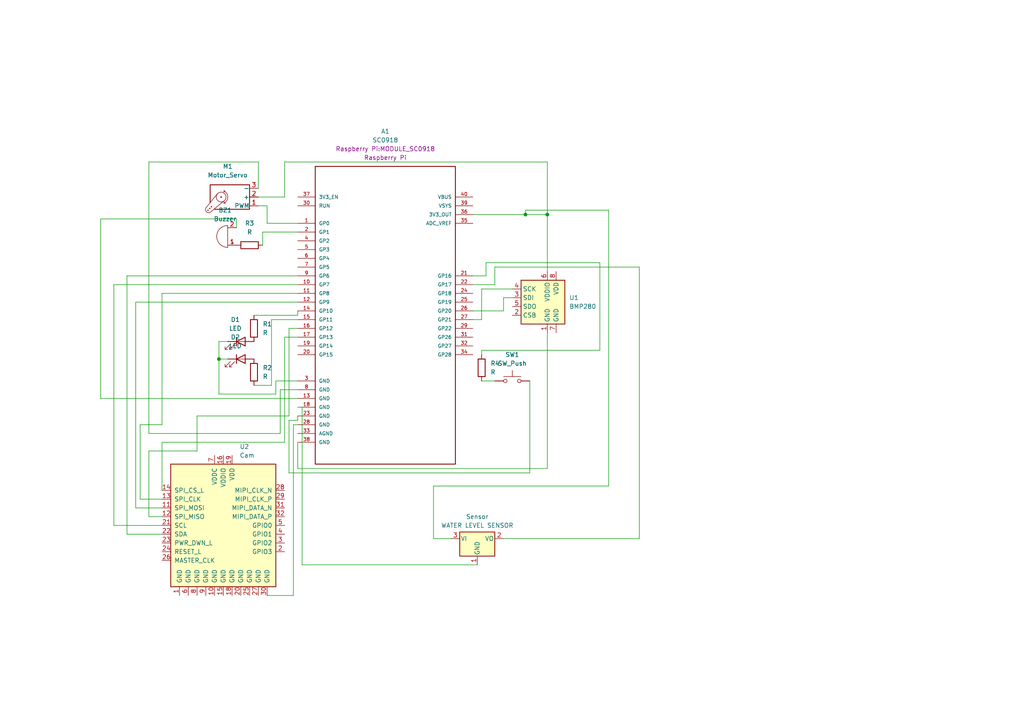
<source format=kicad_sch>
(kicad_sch (version 20231120) (generator "eeschema") (generator_version "8.0")
  (paper "A4")
  (title_block (title "Pet Feeder") (date "19.05.2024") (company "MA PROJECT"))
  (lib_symbols
    (symbol "Device:Buzzer" (pin_names (offset 0.0254) hide)
      (property "Reference" "BZ" (at 3.81 1.27 0))
      (property "Value" "Buzzer" (at 3.81 -1.27 0))
      (symbol "Buzzer_0_1"
        (arc (start 0 -3.175) (mid 3.1612 0) (end 0 3.175))
        (polyline (pts (xy -1.651 1.905) (xy -1.143 1.905)))
        (polyline (pts (xy -1.397 2.159) (xy -1.397 1.651)))
        (polyline (pts (xy 0 3.175) (xy 0 -3.175)))
      )
      (symbol "Buzzer_1_1"
        (pin passive line (at -2.54 2.54 0) (length 2.54) (name "+") (number "1"))
        (pin passive line (at -2.54 -2.54 0) (length 2.54) (name "-") (number "2"))
      )
    )
    (symbol "Device:LED" (pin_numbers hide) (pin_names (offset 1.016) hide)
      (property "Reference" "D" (at 0 2.54 0))
      (property "Value" "LED" (at 0 -2.54 0))
      (symbol "LED_0_1"
        (polyline (pts (xy -1.27 -1.27) (xy -1.27 1.27)) (stroke (width 0.254)))
        (polyline (pts (xy -1.27 0) (xy 1.27 0)))
        (polyline (pts (xy 1.27 -1.27) (xy 1.27 1.27) (xy -1.27 0) (xy 1.27 -1.27)) (stroke (width 0.254)))
        (polyline (pts (xy -3.048 -0.762) (xy -4.572 -2.286) (xy -3.81 -2.286) (xy -4.572 -2.286) (xy -4.572 -1.524)))
        (polyline (pts (xy -1.778 -0.762) (xy -3.302 -2.286) (xy -2.54 -2.286) (xy -3.302 -2.286) (xy -3.302 -1.524)))
      )
      (symbol "LED_1_1"
        (pin passive line (at -3.81 0 0) (length 2.54) (name "K") (number "1"))
        (pin passive line (at 3.81 0 180) (length 2.54) (name "A") (number "2"))
      )
    )
    (symbol "Device:R" (pin_numbers hide) (pin_names (offset 0))
      (property "Reference" "R" (at 2.032 0 90))
      (property "Value" "R" (at 0 0 90))
      (symbol "R_0_1"
        (rectangle (start -1.016 -2.54) (end 1.016 2.54) (stroke (width 0.254)))
      )
      (symbol "R_1_1"
        (pin passive line (at 0 3.81 270) (length 1.27) (name "~") (number "1"))
        (pin passive line (at 0 -3.81 90) (length 1.27) (name "~") (number "2"))
      )
    )
    (symbol "Motor:Motor_Servo" (pin_names (offset 0.0254))
      (property "Reference" "M" (at -5.08 4.445 0))
      (property "Value" "Motor_Servo" (at -5.08 -4.064 0))
      (symbol "Motor_Servo_0_1"
        (polyline (pts (xy 2.413 -1.778) (xy 2.032 -1.778)))
        (polyline (pts (xy 2.413 -1.778) (xy 2.286 -1.397)))
        (polyline (pts (xy 2.413 1.778) (xy 1.905 1.778)))
        (polyline (pts (xy 2.413 1.778) (xy 2.286 1.397)))
        (polyline (pts (xy 6.35 4.445) (xy 2.54 1.27)))
        (polyline (pts (xy 7.62 3.175) (xy 4.191 -1.016)))
        (polyline (pts (xy 5.08 3.556) (xy -5.08 3.556) (xy -5.08 -3.556) (xy 6.35 -3.556) (xy 6.35 1.524)) (stroke (width 0.254)))
        (arc (start 2.413 1.778) (mid 1.2406 0) (end 2.413 -1.778))
        (circle (center 3.175 0) (radius 0.1778))
        (circle (center 3.175 0) (radius 1.4224))
        (circle (center 5.969 2.794) (radius 0.127))
        (circle (center 6.477 3.302) (radius 0.127))
        (circle (center 6.985 3.81) (radius 0.127))
        (arc (start 7.62 3.175) (mid 7.4485 4.2735) (end 6.35 4.445))
      )
      (symbol "Motor_Servo_1_1"
        (pin passive line (at -7.62 2.54 0) (length 2.54) (name "PWM") (number "1"))
        (pin passive line (at -7.62 0 0) (length 2.54) (name "+") (number "2"))
        (pin passive line (at -7.62 -2.54 0) (length 2.54) (name "-") (number "3"))
      )
    )
    (symbol "Pico_w:SC0918" (pin_names (offset 1.016))
      (property "Reference" "A1" (at 0 58.42 0))
      (property "Value" "SC0918" (at 0 55.88 0))
      (property "Footprint" "Raspberry Pi:MODULE_SC0918" (at -12.7 -46.99 0))
      (property "manufacturer" "Raspberry Pi" (at 0 53.34 0))
      (symbol "SC0918_0_0"
        (rectangle (start -20.32 -43.18) (end 20.32 43.18) (stroke (width 0.254)))
        (pin bidirectional line (at -25.4 26.67 0) (length 5.08) (name "GP0") (number "1"))
        (pin bidirectional line (at -25.4 8.89 0) (length 5.08) (name "GP7") (number "10"))
        (pin bidirectional line (at -25.4 6.35 0) (length 5.08) (name "GP8") (number "11"))
        (pin bidirectional line (at -25.4 3.81 0) (length 5.08) (name "GP9") (number "12"))
        (pin power_in line (at -25.4 -24.13 0) (length 5.08) (name "GND") (number "13"))
        (pin bidirectional line (at -25.4 1.27 0) (length 5.08) (name "GP10") (number "14"))
        (pin bidirectional line (at -25.4 -1.27 0) (length 5.08) (name "GP11") (number "15"))
        (pin bidirectional line (at -25.4 -3.81 0) (length 5.08) (name "GP12") (number "16"))
        (pin bidirectional line (at -25.4 -6.35 0) (length 5.08) (name "GP13") (number "17"))
        (pin power_in line (at -25.4 -26.67 0) (length 5.08) (name "GND") (number "18"))
        (pin bidirectional line (at -25.4 -8.89 0) (length 5.08) (name "GP14") (number "19"))
        (pin bidirectional line (at -25.4 24.13 0) (length 5.08) (name "GP1") (number "2"))
        (pin bidirectional line (at -25.4 -11.43 0) (length 5.08) (name "GP15") (number "20"))
        (pin bidirectional line (at 25.4 11.43 180) (length 5.08) (name "GP16") (number "21"))
        (pin bidirectional line (at 25.4 8.89 180) (length 5.08) (name "GP17") (number "22"))
        (pin power_in line (at -25.4 -29.21 0) (length 5.08) (name "GND") (number "23"))
        (pin bidirectional line (at 25.4 6.35 180) (length 5.08) (name "GP18") (number "24"))
        (pin bidirectional line (at 25.4 3.81 180) (length 5.08) (name "GP19") (number "25"))
        (pin bidirectional line (at 25.4 1.27 180) (length 5.08) (name "GP20") (number "26"))
        (pin bidirectional line (at 25.4 -1.27 180) (length 5.08) (name "GP21") (number "27"))
        (pin power_in line (at -25.4 -31.75 0) (length 5.08) (name "GND") (number "28"))
        (pin bidirectional line (at 25.4 -3.81 180) (length 5.08) (name "GP22") (number "29"))
        (pin power_in line (at -25.4 -19.05 0) (length 5.08) (name "GND") (number "3"))
        (pin input line (at -25.4 31.75 0) (length 5.08) (name "RUN") (number "30"))
        (pin bidirectional line (at 25.4 -6.35 180) (length 5.08) (name "GP26") (number "31"))
        (pin bidirectional line (at 25.4 -8.89 180) (length 5.08) (name "GP27") (number "32"))
        (pin power_in line (at -25.4 -34.29 0) (length 5.08) (name "AGND") (number "33"))
        (pin bidirectional line (at 25.4 -11.43 180) (length 5.08) (name "GP28") (number "34"))
        (pin power_in line (at 25.4 26.67 180) (length 5.08) (name "ADC_VREF") (number "35"))
        (pin power_in line (at 25.4 29.21 180) (length 5.08) (name "3V3_OUT") (number "36"))
        (pin input line (at -25.4 34.29 0) (length 5.08) (name "3V3_EN") (number "37"))
        (pin power_in line (at -25.4 -36.83 0) (length 5.08) (name "GND") (number "38"))
        (pin free line (at 25.4 31.75 180) (length 5.08) (name "VSYS") (number "39"))
        (pin bidirectional line (at -25.4 21.59 0) (length 5.08) (name "GP2") (number "4"))
        (pin free line (at 25.4 34.29 180) (length 5.08) (name "VBUS") (number "40"))
        (pin bidirectional line (at -25.4 19.05 0) (length 5.08) (name "GP3") (number "5"))
        (pin bidirectional line (at -25.4 16.51 0) (length 5.08) (name "GP4") (number "6"))
        (pin bidirectional line (at -25.4 13.97 0) (length 5.08) (name "GP5") (number "7"))
        (pin power_in line (at -25.4 -21.59 0) (length 5.08) (name "GND") (number "8"))
        (pin bidirectional line (at -25.4 11.43 0) (length 5.08) (name "GP6") (number "9"))
      )
    )
    (symbol "Regulator_Linear:APE8865N-15-HF-3" (pin_names (offset 0.254))
      (property "Reference" "U" (at -3.81 3.175 0))
      (property "Value" "APE8865N-15-HF-3" (at 0 3.175 0))
      (symbol "APE8865N-15-HF-3_0_1"
        (rectangle (start -5.08 1.905) (end 5.08 -5.08) (stroke (width 0.254)) (fill (type background)))
      )
      (symbol "APE8865N-15-HF-3_1_1"
        (pin power_in line (at 0 -7.62 90) (length 2.54) (name "GND") (number "1"))
        (pin power_out line (at 7.62 0 180) (length 2.54) (name "VO") (number "2"))
        (pin power_in line (at -7.62 0 0) (length 2.54) (name "VI") (number "3"))
      )
    )
    (symbol "Sensor_Optical:Flir_LEPTON" (pin_names (offset 1.016))
      (property "Reference" "U" (at -15.24 21.59 0))
      (property "Value" "Flir_LEPTON" (at -15.24 19.05 0))
      (symbol "Flir_LEPTON_0_1"
        (rectangle (start -15.24 17.78) (end 15.24 -17.78) (stroke (width 0.254)) (fill (type background)))
      )
      (symbol "Flir_LEPTON_1_1"
        (pin power_in line (at -12.7 -20.32 90) (length 2.54) (name "GND") (number "1"))
        (pin power_in line (at -2.54 -20.32 90) (length 2.54) (name "GND") (number "10"))
        (pin input line (at -17.78 5.08 0) (length 2.54) (name "SPI_MOSI") (number "11"))
        (pin output line (at -17.78 2.54 0) (length 2.54) (name "SPI_MISO") (number "12"))
        (pin input line (at -17.78 7.62 0) (length 2.54) (name "SPI_CLK") (number "13"))
        (pin input line (at -17.78 10.16 0) (length 2.54) (name "SPI_CS_L") (number "14"))
        (pin power_in line (at 0 -20.32 90) (length 2.54) (name "GND") (number "15"))
        (pin power_in line (at 0 20.32 270) (length 2.54) (name "VDDIO") (number "16"))
        (pin no_connect line (at 15.24 -10.16 180) (length 2.54) hide (name "NC") (number "17"))
        (pin power_in line (at 2.54 -20.32 90) (length 2.54) (name "GND") (number "18"))
        (pin power_in line (at 2.54 20.32 270) (length 2.54) (name "VDD") (number "19"))
        (pin bidirectional line (at 17.78 -7.62 180) (length 2.54) (name "GPIO3") (number "2"))
        (pin power_in line (at 5.08 -20.32 90) (length 2.54) (name "GND") (number "20"))
        (pin input line (at -17.78 0 0) (length 2.54) (name "SCL") (number "21"))
        (pin bidirectional line (at -17.78 -2.54 0) (length 2.54) (name "SDA") (number "22"))
        (pin input line (at -17.78 -5.08 0) (length 2.54) (name "PWR_DWN_L") (number "23"))
        (pin input line (at -17.78 -7.62 0) (length 2.54) (name "RESET_L") (number "24"))
        (pin power_in line (at 7.62 -20.32 90) (length 2.54) (name "GND") (number "25"))
        (pin input line (at -17.78 -10.16 0) (length 2.54) (name "MASTER_CLK") (number "26"))
        (pin power_in line (at 10.16 -20.32 90) (length 2.54) (name "GND") (number "27"))
        (pin output line (at 17.78 10.16 180) (length 2.54) (name "MIPI_CLK_N") (number "28"))
        (pin output line (at 17.78 7.62 180) (length 2.54) (name "MIPI_CLK_P") (number "29"))
        (pin bidirectional line (at 17.78 -5.08 180) (length 2.54) (name "GPIO2") (number "3"))
        (pin power_in line (at 12.7 -20.32 90) (length 2.54) (name "GND") (number "30"))
        (pin output line (at 17.78 5.08 180) (length 2.54) (name "MIPI_DATA_N") (number "31"))
        (pin output line (at 17.78 2.54 180) (length 2.54) (name "MIPI_DATA_P") (number "32"))
        (pin bidirectional line (at 17.78 -2.54 180) (length 2.54) (name "GPIO1") (number "4"))
        (pin bidirectional line (at 17.78 0 180) (length 2.54) (name "GPIO0") (number "5"))
        (pin power_in line (at -10.16 -20.32 90) (length 2.54) (name "GND") (number "6"))
        (pin power_in line (at -2.54 20.32 270) (length 2.54) (name "VDDC") (number "7"))
        (pin power_in line (at -7.62 -20.32 90) (length 2.54) (name "GND") (number "8"))
        (pin power_in line (at -5.08 -20.32 90) (length 2.54) (name "GND") (number "9"))
      )
    )
    (symbol "Sensor_Pressure:BMP280"
      (property "Reference" "U" (at -7.62 10.16 0))
      (property "Value" "BMP280" (at 5.08 10.16 0))
      (symbol "BMP280_0_1"
        (rectangle (start -7.62 -5.08) (end 5.08 7.62) (stroke (width 0.254)) (fill (type background)))
      )
      (symbol "BMP280_1_1"
        (pin power_in line (at 0 -7.62 90) (length 2.54) (name "GND") (number "1"))
        (pin input line (at -10.16 -2.54 0) (length 2.54) (name "CSB") (number "2"))
        (pin bidirectional line (at -10.16 2.54 0) (length 2.54) (name "SDI") (number "3"))
        (pin input line (at -10.16 5.08 0) (length 2.54) (name "SCK") (number "4"))
        (pin bidirectional line (at -10.16 0 0) (length 2.54) (name "SDO") (number "5"))
        (pin power_in line (at 0 10.16 270) (length 2.54) (name "VDDIO") (number "6"))
        (pin power_in line (at 2.54 -7.62 90) (length 2.54) (name "GND") (number "7"))
        (pin power_in line (at 2.54 10.16 270) (length 2.54) (name "VDD") (number "8"))
      )
    )
    (symbol "Switch:SW_Push" (pin_numbers hide) (pin_names (offset 1.016) hide)
      (property "Reference" "SW" (at 1.27 2.54 0))
      (property "Value" "SW_Push" (at 0 -1.524 0))
      (symbol "SW_Push_0_1"
        (circle (center -2.032 0) (radius 0.508))
        (polyline (pts (xy 0 1.27) (xy 0 3.048)))
        (polyline (pts (xy 2.54 1.27) (xy -2.54 1.27)))
        (circle (center 2.032 0) (radius 0.508))
        (pin passive line (at -5.08 0 0) (length 2.54) (name "1") (number "1"))
        (pin passive line (at 5.08 0 180) (length 2.54) (name "2") (number "2"))
      )
    )
  )
  (junction (at 63.5 104.14))
  (junction (at 152.4 62.23))
  (junction (at 158.75 62.23))
  (wire (pts (xy 86.36 118.11) (xy 87.63 118.11)))
  (wire (pts (xy 40.64 144.78) (xy 46.99 144.78)))
  (wire (pts (xy 158.75 96.52) (xy 158.75 135.89)))
  (wire (pts (xy 83.82 121.92) (xy 86.36 121.92)))
  (wire (pts (xy 46.99 85.09) (xy 46.99 123.19)))
  (wire (pts (xy 137.16 62.23) (xy 152.4 62.23)))
  (wire (pts (xy 68.58 66.04) (xy 68.58 63.5)))
  (wire (pts (xy 74.93 54.61) (xy 74.93 46.99)))
  (wire (pts (xy 143.51 82.55) (xy 137.16 82.55)))
  (wire (pts (xy 80.01 114.3) (xy 80.01 110.49)))
  (wire (pts (xy 82.55 128.27) (xy 46.99 128.27)))
  (wire (pts (xy 63.5 99.06) (xy 63.5 104.14)))
  (wire (pts (xy 125.73 140.97) (xy 176.53 140.97)))
  (wire (pts (xy 153.67 137.16) (xy 83.82 137.16)))
  (wire (pts (xy 176.53 60.96) (xy 152.4 60.96)))
  (wire (pts (xy 81.28 125.73) (xy 81.28 113.03)))
  (wire (pts (xy 66.04 99.06) (xy 63.5 99.06)))
  (wire (pts (xy 185.42 156.21) (xy 185.42 77.47)))
  (wire (pts (xy 125.73 156.21) (xy 125.73 140.97)))
  (wire (pts (xy 158.75 78.74) (xy 158.75 62.23)))
  (wire (pts (xy 140.97 80.01) (xy 140.97 76.2)))
  (wire (pts (xy 83.82 137.16) (xy 83.82 121.92)))
  (wire (pts (xy 43.18 125.73) (xy 81.28 125.73)))
  (wire (pts (xy 78.74 92.71) (xy 86.36 92.71)))
  (wire (pts (xy 36.83 80.01) (xy 86.36 80.01)))
  (wire (pts (xy 143.51 77.47) (xy 143.51 82.55)))
  (wire (pts (xy 139.7 110.49) (xy 143.51 110.49)))
  (wire (pts (xy 63.5 104.14) (xy 66.04 104.14)))
  (wire (pts (xy 139.7 83.82) (xy 139.7 92.71)))
  (wire (pts (xy 46.99 152.4) (xy 33.02 152.4)))
  (wire (pts (xy 82.55 97.79) (xy 82.55 128.27)))
  (wire (pts (xy 82.55 46.99) (xy 158.75 46.99)))
  (wire (pts (xy 130.81 156.21) (xy 125.73 156.21)))
  (wire (pts (xy 152.4 60.96) (xy 152.4 62.23)))
  (wire (pts (xy 86.36 121.92) (xy 86.36 120.65)))
  (wire (pts (xy 76.2 67.31) (xy 86.36 67.31)))
  (wire (pts (xy 83.82 120.65) (xy 83.82 95.25)))
  (wire (pts (xy 39.37 147.32) (xy 46.99 147.32)))
  (wire (pts (xy 139.7 101.6) (xy 139.7 102.87)))
  (wire (pts (xy 152.4 62.23) (xy 158.75 62.23)))
  (wire (pts (xy 68.58 63.5) (xy 29.21 63.5)))
  (wire (pts (xy 46.99 154.94) (xy 36.83 154.94)))
  (wire (pts (xy 43.18 149.86) (xy 43.18 130.81)))
  (wire (pts (xy 76.2 71.12) (xy 76.2 67.31)))
  (wire (pts (xy 46.99 123.19) (xy 40.64 123.19)))
  (wire (pts (xy 43.18 130.81) (xy 57.15 130.81)))
  (wire (pts (xy 80.01 110.49) (xy 86.36 110.49)))
  (wire (pts (xy 86.36 85.09) (xy 46.99 85.09)))
  (wire (pts (xy 153.67 110.49) (xy 153.67 137.16)))
  (wire (pts (xy 137.16 90.17) (xy 146.05 90.17)))
  (wire (pts (xy 63.5 114.3) (xy 80.01 114.3)))
  (wire (pts (xy 39.37 87.63) (xy 39.37 147.32)))
  (wire (pts (xy 40.64 123.19) (xy 40.64 144.78)))
  (wire (pts (xy 43.18 46.99) (xy 43.18 125.73)))
  (wire (pts (xy 63.5 104.14) (xy 63.5 114.3)))
  (wire (pts (xy 73.66 111.76) (xy 78.74 111.76)))
  (wire (pts (xy 29.21 63.5) (xy 29.21 115.57)))
  (wire (pts (xy 185.42 77.47) (xy 143.51 77.47)))
  (wire (pts (xy 46.99 149.86) (xy 43.18 149.86)))
  (wire (pts (xy 176.53 140.97) (xy 176.53 60.96)))
  (wire (pts (xy 81.28 113.03) (xy 86.36 113.03)))
  (wire (pts (xy 158.75 135.89) (xy 86.36 135.89)))
  (wire (pts (xy 173.99 76.2) (xy 173.99 101.6)))
  (wire (pts (xy 77.47 64.77) (xy 86.36 64.77)))
  (wire (pts (xy 86.36 87.63) (xy 39.37 87.63)))
  (wire (pts (xy 173.99 101.6) (xy 139.7 101.6)))
  (wire (pts (xy 57.15 120.65) (xy 57.15 130.81)))
  (wire (pts (xy 57.15 120.65) (xy 83.82 120.65)))
  (wire (pts (xy 87.63 118.11) (xy 87.63 163.83)))
  (wire (pts (xy 74.93 46.99) (xy 43.18 46.99)))
  (wire (pts (xy 146.05 90.17) (xy 146.05 86.36)))
  (wire (pts (xy 83.82 95.25) (xy 86.36 95.25)))
  (wire (pts (xy 146.05 86.36) (xy 148.59 86.36)))
  (wire (pts (xy 73.66 91.44) (xy 86.36 91.44)))
  (wire (pts (xy 139.7 92.71) (xy 137.16 92.71)))
  (wire (pts (xy 85.09 172.72) (xy 85.09 123.19)))
  (wire (pts (xy 87.63 163.83) (xy 138.43 163.83)))
  (wire (pts (xy 36.83 154.94) (xy 36.83 80.01)))
  (wire (pts (xy 33.02 82.55) (xy 86.36 82.55)))
  (wire (pts (xy 82.55 57.15) (xy 82.55 46.99)))
  (wire (pts (xy 46.99 128.27) (xy 46.99 142.24)))
  (wire (pts (xy 78.74 111.76) (xy 78.74 92.71)))
  (wire (pts (xy 158.75 46.99) (xy 158.75 62.23)))
  (wire (pts (xy 140.97 76.2) (xy 173.99 76.2)))
  (wire (pts (xy 146.05 156.21) (xy 185.42 156.21)))
  (wire (pts (xy 86.36 135.89) (xy 86.36 128.27)))
  (wire (pts (xy 74.93 57.15) (xy 82.55 57.15)))
  (wire (pts (xy 77.47 59.69) (xy 77.47 64.77)))
  (wire (pts (xy 137.16 80.01) (xy 140.97 80.01)))
  (wire (pts (xy 148.59 83.82) (xy 139.7 83.82)))
  (wire (pts (xy 86.36 97.79) (xy 82.55 97.79)))
  (wire (pts (xy 86.36 91.44) (xy 86.36 90.17)))
  (wire (pts (xy 74.93 59.69) (xy 77.47 59.69)))
  (wire (pts (xy 85.09 123.19) (xy 86.36 123.19)))
  (wire (pts (xy 77.47 172.72) (xy 85.09 172.72)))
  (wire (pts (xy 29.21 115.57) (xy 86.36 115.57)))
  (wire (pts (xy 33.02 152.4) (xy 33.02 82.55)))
  (symbol (lib_id "Regulator_Linear:APE8865N-15-HF-3") (at 138.43 156.21 0) (unit 1)
    (property "Reference" "Sensor" (at 138.43 149.86 0))
    (property "Value" "WATER LEVEL SENSOR" (at 138.43 152.4 0))
    (property "Footprint" "Package_TO_SOT_SMD:SOT-23" (effects (hide yes)))
    (property "Datasheet" "http://www.tme.eu/fr/Document/ced3461ed31ea70a3c416fb648e0cde7/APE8865-3.pdf" (effects (hide yes)))
    (property "Description" "300mA Low Dropout Voltage Regulator, Fixed Output 1.5V, SOT-23" (effects (hide yes)))
  )
  (symbol (lib_id "Switch:SW_Push") (at 148.59 110.49 0) (unit 1)
    (property "Reference" "SW1" (at 148.59 102.87 0))
    (property "Value" "SW_Push" (at 148.59 105.41 0))
    (property "Description" "Push button switch, generic, two pins" (effects (hide yes)))
  )
  (symbol (lib_id "Device:LED") (at 69.85 99.06 0) (unit 1)
    (property "Reference" "D1" (at 68.2625 92.71 0))
    (property "Value" "LED" (at 68.2625 95.25 0))
    (property "Description" "Light emitting diode" (effects (hide yes)))
  )
  (symbol (lib_id "Pico_w:SC0918") (at 111.76 91.44 0) (unit 1)
    (property "Reference" "A1" (at 111.76 38.1 0))
    (property "Value" "SC0918" (at 111.76 40.64 0))
    (property "Footprint" "Raspberry Pi:MODULE_SC0918" (at 111.76 43.18 0))
    (property "Datasheet" "https://datasheets.raspberrypi.com/picow/pico-w-datasheet.pdf" (effects (hide yes)))
    (property "manufacturer" "Raspberry Pi" (at 111.76 45.72 0))
    (property "P/N" "SC0918" (effects (hide yes)))
    (property "PARTREV" "1.6" (effects (hide yes)))
    (property "MAXIMUM_PACKAGE_HEIGHT" "3.73mm" (effects (hide yes)))
  )
  (symbol (lib_id "Device:R") (at 73.66 107.95 0) (unit 1)
    (property "Reference" "R2" (at 76.2 106.6799 0) (effects (justify left)))
    (property "Value" "R" (at 76.2 109.2199 0) (effects (justify left)))
    (property "Description" "Resistor" (effects (hide yes)))
  )
  (symbol (lib_id "Device:Buzzer") (at 66.04 68.58 180) (unit 1)
    (property "Reference" "BZ1" (at 65.2849 60.96 0))
    (property "Value" "Buzzer" (at 65.2849 63.5 0))
    (property "Description" "Buzzer, polarized" (effects (hide yes)))
  )
  (symbol (lib_id "Motor:Motor_Servo") (at 67.31 57.15 180) (unit 1)
    (property "Reference" "M1" (at 66.0511 48.26 0))
    (property "Value" "Motor_Servo" (at 66.0511 50.8 0))
    (property "Datasheet" "http://forums.parallax.com/uploads/attachments/46831/74481.png" (effects (hide yes)))
    (property "Description" "Servo Motor (Futaba, HiTec, JR connector)" (effects (hide yes)))
  )
  (symbol (lib_id "Sensor_Pressure:BMP280") (at 158.75 88.9 0) (unit 1)
    (property "Reference" "U1" (at 165.1 86.3599 0) (effects (justify left)))
    (property "Value" "BMP280" (at 165.1 88.8999 0) (effects (justify left)))
    (property "Footprint" "Package_LGA:Bosch_LGA-8_2x2.5mm_P0.65mm_ClockwisePinNumbering" (effects (hide yes)))
    (property "Datasheet" "https://ae-bst.resource.bosch.com/media/_tech/media/datasheets/BST-BMP280-DS001.pdf" (effects (hide yes)))
    (property "Description" "Absolute Barometric Pressure Sensor, LGA-8" (effects (hide yes)))
  )
  (symbol (lib_id "Device:R") (at 139.7 106.68 0) (unit 1)
    (property "Reference" "R4" (at 142.24 105.4099 0) (effects (justify left)))
    (property "Value" "R" (at 142.24 107.9499 0) (effects (justify left)))
    (property "Description" "Resistor" (effects (hide yes)))
  )
  (symbol (lib_id "Device:R") (at 72.39 71.12 270) (unit 1)
    (property "Reference" "R3" (at 72.39 64.77 90))
    (property "Value" "R" (at 72.39 67.31 90))
    (property "Description" "Resistor" (effects (hide yes)))
  )
  (symbol (lib_id "Device:R") (at 73.66 95.25 0) (unit 1)
    (property "Reference" "R1" (at 76.2 93.9799 0) (effects (justify left)))
    (property "Value" "R" (at 76.2 96.5199 0) (effects (justify left)))
    (property "Description" "Resistor" (effects (hide yes)))
  )
  (symbol (lib_id "Sensor_Optical:Flir_LEPTON") (at 64.77 152.4 0) (unit 1)
    (property "Reference" "U2" (at 69.5041 129.54 0) (effects (justify left)))
    (property "Value" "Cam" (at 69.5041 132.08 0) (effects (justify left)))
    (property "Datasheet" "https://cdn.sparkfun.com/datasheets/Sensors/Infrared/FLIR_Lepton_Data_Brief.pdf" (effects (hide yes)))
    (property "Description" "LWIR camera 8 to 14um 80x60 pixel" (effects (hide yes)))
  )
  (symbol (lib_id "Device:LED") (at 69.85 104.14 0) (unit 1)
    (property "Reference" "D2" (at 68.2625 97.79 0))
    (property "Value" "LED" (at 68.2625 100.33 0))
    (property "Description" "Light emitting diode" (effects (hide yes)))
  )
)
</source>
